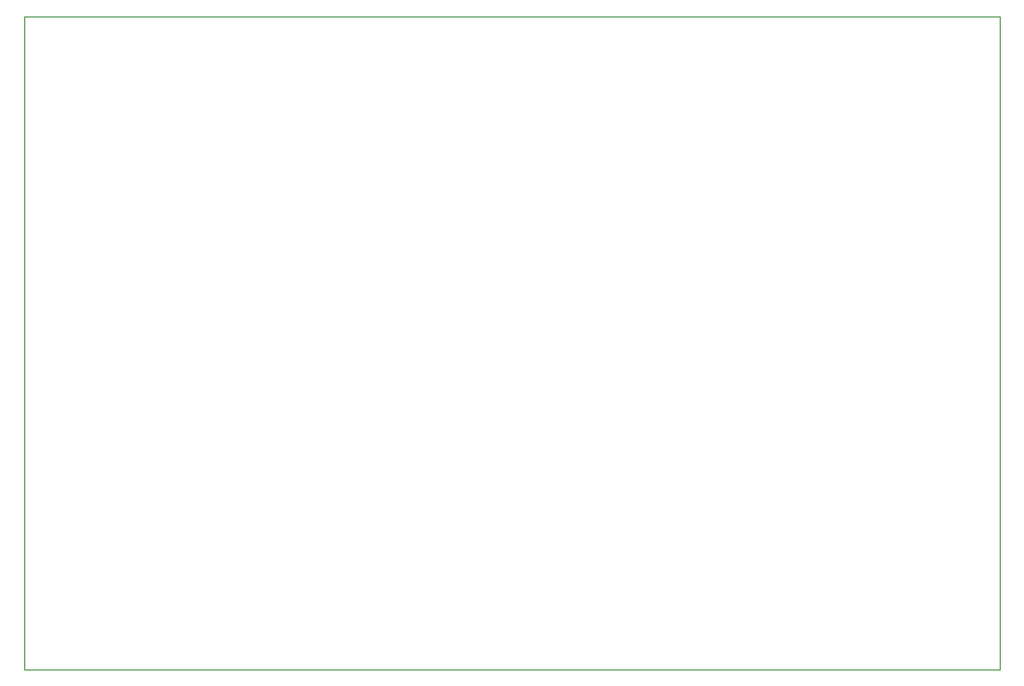
<source format=gbr>
%FSLAX34Y34*%
%MOMM*%
%LNOUTLINE*%
G71*
G01*
%ADD10C,0.002*%
%LPD*%
G54D10*
X0Y0D02*
X850000Y0D01*
X850000Y-570000D01*
X0Y-570000D01*
X0Y0D01*
M02*

</source>
